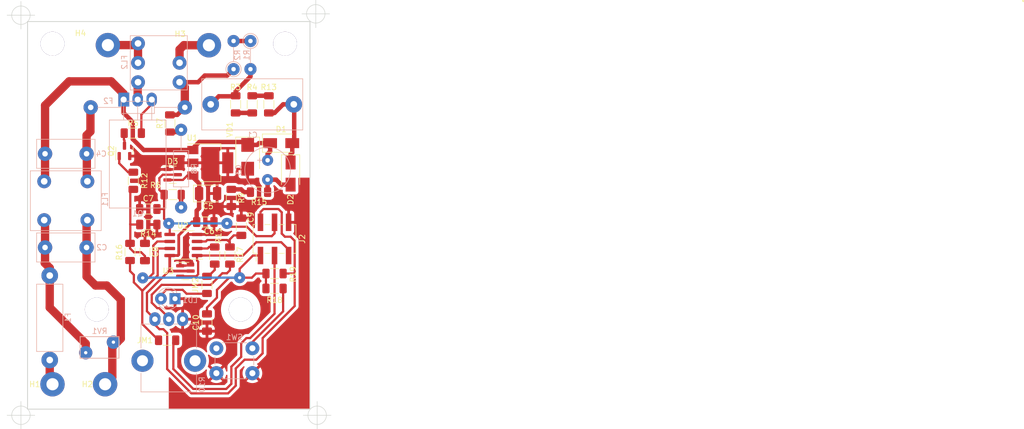
<source format=kicad_pcb>
(kicad_pcb (version 20221018) (generator pcbnew)
  (layers (0 "F.Cu" signal) (31 "B.Cu" signal) (34 "B.Paste" user) (35 "F.Paste" user) (36 "B.SilkS" user "B.Silkscreen") (37 "F.SilkS" user "F.Silkscreen") (38 "B.Mask" user) (39 "F.Mask" user) (44 "Edge.Cuts" user))
  (net 0 "")
  (net 1 "Net-(C1-Pad1)")
  (net 2 "Net-(D1-A)")
  (net 3 "N")
  (net 4 "+5V")
  (net 5 "Net-(C2-Pad1)")
  (net 6 "RESET")
  (net 7 "LOAD")
  (net 8 "L")
  (net 9 "Net-(C2-Pad2)")
  (net 10 "GND")
  (net 11 "Net-(F1-Pad1)")
  (net 12 "Net-(D2-A)")
  (net 13 "Net-(LD1-Pad2)")
  (net 14 "LED")
  (net 15 "POT")
  (net 16 "MOSI")
  (net 17 "Net-(R1-Pad2)")
  (net 18 "Net-(R3-Pad1)")
  (net 19 "Net-(R13-Pad2)")
  (net 20 "Net-(C4-Pad2)")
  (net 21 "Net-(FL2-Pad4)")
  (net 22 "Net-(FL2-Pad2)")
  (net 23 "Net-(R6-Pad2)")
  (net 24 "Net-(R7-Pad1)")
  (net 25 "Net-(C8-Pad1)")
  (net 26 "SCK")
  (net 27 "Net-(LD1-A)")
  (net 28 "Net-(R10-Pad2)")
  (net 29 "Net-(Q1-G)")
  (net 30 "Net-(Q2-C)")
  (net 31 "Net-(Q2-B)")
  (net 32 "BUTTON")
  (net 33 "TRIAC")
  (net 34 "Net-(R15-Pad1)")
  (net 35 "Net-(R18-Pad2)")
  (footprint "Resistor_SMD:R_1206_3216Metric_Pad1.30x1.75mm_HandSolder" (layer "F.Cu") (at 51 59.4 -90)
    (fp_text reference "R11")
    (fp_text value "510")
  )
  (footprint "Resistor_SMD:R_1206_3216Metric_Pad1.30x1.75mm_HandSolder" (layer "F.Cu") (at 43.4 48.4)
    (fp_text reference "R6")
    (fp_text value "330K")
  )
  (footprint "Capacitor_SMD:C_1206_3216Metric_Pad1.33x1.80mm_HandSolder" (layer "F.Cu") (at 49.30048 53.344788)
    (fp_text reference "C6")
    (fp_text value "100n")
  )
  (footprint "Capacitor_Tantalum_SMD:CP_EIA-3528-15_AVX-H_Pad1.50x2.35mm_HandSolder" (layer "F.Cu") (at 49.80048 48.194788)
    (fp_text reference "C5")
    (fp_text value "100u 16V")
  )
  (footprint "Resistor_SMD:R_1206_3216Metric_Pad1.30x1.75mm_HandSolder" (layer "F.Cu") (at 60.77548 32.094788 90)
    (fp_text reference "R13")
    (fp_text value "330K")
  )
  (footprint "Capacitor_SMD:C_1206_3216Metric_Pad1.33x1.80mm_HandSolder" (layer "F.Cu") (at 39 51 180)
    (fp_text reference "C7")
    (fp_text value "3n")
  )
  (footprint "MountingHole:MountingHole_2.2mm_M2_Pad" (layer "F.Cu") (at 31.70048 21.394788 90)
    (fp_text reference "H4")
    (fp_text value "L LOAD")
  )
  (footprint "Resistor_SMD:R_1206_3216Metric_Pad1.30x1.75mm_HandSolder" (layer "F.Cu") (at 61.8 65.35)
    (fp_text reference "R18")
    (fp_text value "1K")
  )
  (footprint "Resistor_SMD:R_1206_3216Metric_Pad1.30x1.75mm_HandSolder" (layer "F.Cu") (at 36.2 37.3 180)
    (fp_text reference "R5")
    (fp_text value "1K")
  )
  (footprint "Resistor_SMD:R_1206_3216Metric_Pad1.30x1.75mm_HandSolder" (layer "F.Cu") (at 54 49 -90)
    (fp_text reference "R9")
    (fp_text value "240")
  )
  (footprint "MountingHole:MountingHole_2.2mm_M2_Pad" (layer "F.Cu") (at 49.95048 21.419788 90)
    (fp_text reference "H3")
    (fp_text value "N LOAD")
  )
  (footprint "Package_TO_SOT_SMD:SOT-223-3_TabPin2" (layer "F.Cu") (at 50.20048 42.644788)
    (fp_text reference "U1")
    (fp_text value "MCP1755S-5002ED")
  )
  (footprint "Resistor_SMD:R_1206_3216Metric_Pad1.30x1.75mm_HandSolder" (layer "F.Cu") (at 36.3 45.9 -90)
    (fp_text reference "R12")
    (fp_text value "1K")
  )
  (footprint "Package_TO_SOT_SMD:SOT-23" (layer "F.Cu") (at 45.7 62.2)
    (fp_text reference "U3")
    (fp_text value "SGM809B-MXN3LG")
  )
  (footprint "Package_TO_SOT_SMD:SOT-23" (layer "F.Cu") (at 43.4 44.8)
    (fp_text reference "D3")
    (fp_text value "BAV99")
  )
  (footprint "Package_SO:SOIC-8_3.9x4.9mm_P1.27mm" (layer "F.Cu") (at 45.35048 57.494788 180)
    (fp_text reference "U2")
    (fp_text value "ATtiny13A-SS")
  )
  (footprint "Resistor_SMD:R_1206_3216Metric_Pad1.30x1.75mm_HandSolder" (layer "F.Cu") (at 57.77548 32.094788 -90)
    (fp_text reference "R4")
    (fp_text value "330K")
  )
  (footprint "MountingHole:MountingHole_4.3mm_M4" (layer "F.Cu") (at 29.70048 69.144788)
    (fp_text reference "REF**" hide)
    (fp_text value "MountingHole_4.3mm_M4")
  )
  (footprint "Resistor_SMD:R_1206_3216Metric_Pad1.30x1.75mm_HandSolder" (layer "F.Cu") (at 42.90048 35.544788 90)
    (fp_text reference "R7")
    (fp_text value "330K")
  )
  (footprint "Resistor_SMD:R_1206_3216Metric_Pad1.30x1.75mm_HandSolder" (layer "F.Cu") (at 59 47.95)
    (fp_text reference "R15")
    (fp_text value "240")
  )
  (footprint "Resistor_SMD:R_1206_3216Metric_Pad1.30x1.75mm_HandSolder" (layer "F.Cu") (at 35.7 58.75 -90)
    (fp_text reference "R16")
    (fp_text value "1.5K")
  )
  (footprint "Resistor_SMD:R_1206_3216Metric_Pad1.30x1.75mm_HandSolder" (layer "F.Cu") (at 61.8 62.65 180)
    (fp_text reference "R19")
    (fp_text value "10K")
  )
  (footprint "MountingHole:MountingHole_4.3mm_M4" (layer "F.Cu") (at 55.70048 69.144788)
    (fp_text reference "REF**" hide)
    (fp_text value "MountingHole_4.3mm_M4")
  )
  (footprint "Resistor_SMD:R_1206_3216Metric_Pad1.30x1.75mm_HandSolder" (layer "F.Cu") (at 39 53.8 180)
    (fp_text reference "R14")
    (fp_text value "10K")
  )
  (footprint "Capacitor_SMD:C_1206_3216Metric_Pad1.33x1.80mm_HandSolder" (layer "F.Cu") (at 55.8 54.2 90)
    (fp_text reference "C9")
    (fp_text value "100n")
  )
  (footprint "MountingHole:MountingHole_4.3mm_M4" (layer "F.Cu") (at 21.70048 21.144788)
    (fp_text reference "REF**" hide)
    (fp_text value "MountingHole_4.3mm_M4")
  )
  (footprint "MountingHole:MountingHole_2.2mm_M2_Pad" (layer "F.Cu") (at 31.20048 82.644788 90)
    (fp_text reference "H2")
    (fp_text value "N")
  )
  (footprint "Capacitor_SMD:C_1206_3216Metric_Pad1.33x1.80mm_HandSolder" (layer "F.Cu") (at 49.6 71.5 -90)
    (fp_text reference "C10")
    (fp_text value "100n")
  )
  (footprint "Diode_SMD:D_SMB" (layer "F.Cu") (at 56.95048 41.569788 -90)
    (fp_text reference "VD1")
    (fp_text value "SMBJ5.0A")
  )
  (footprint "Package_TO_SOT_SMD:SOT-23" (layer "F.Cu") (at 34.7 40.5 90)
    (fp_text reference "Q2")
    (fp_text value "MMBT5551L")
  )
  (footprint "Connector_PinHeader_2.54mm:PinHeader_2x03_P2.54mm_Vertical_SMD" (layer "F.Cu") (at 61.8 56.4 90)
    (fp_text reference "J2")
    (fp_text value "Conn_02x03_Odd_Even")
  )
  (footprint "Resistor_SMD:R_1206_3216Metric_Pad1.30x1.75mm_HandSolder" (layer "F.Cu") (at 49.6 64.7 90)
    (fp_text reference "JM2")
    (fp_text value "R_1206_3216Metric_Pad1.30x1.75mm_HandSolder")
  )
  (footprint "MountingHole:MountingHole_4.3mm_M4" (layer "F.Cu") (at 63.70048 21.144788)
    (fp_text reference "REF**" hide)
    (fp_text value "MountingHole_4.3mm_M4")
  )
  (footprint "MountingHole:MountingHole_2.2mm_M2_Pad" (layer "F.Cu") (at 21.70048 82.644788 90)
    (fp_text reference "H1")
    (fp_text value "L")
  )
  (footprint "Diode_SMD:D_SMA" (layer "F.Cu") (at 64.7 44.6 -90)
    (fp_text reference "D2")
    (fp_text value "MRA4007T3G")
  )
  (footprint "Resistor_SMD:R_1206_3216Metric_Pad1.30x1.75mm_HandSolder" (layer "F.Cu") (at 53.75 59.4 -90)
    (fp_text reference "R17")
    (fp_text value "510")
  )
  (footprint "Resistor_SMD:R_1206_3216Metric_Pad1.30x1.75mm_HandSolder" (layer "F.Cu") (at 42.4 74.7 180)
    (fp_text reference "JM1")
    (fp_text value "R_1206_3216Metric_Pad1.30x1.75mm_HandSolder")
  )
  (footprint "Capacitor_SMD:C_1206_3216Metric_Pad1.33x1.80mm_HandSolder" (layer "F.Cu") (at 38.4 58.7625 90)
    (fp_text reference "C8")
    (fp_text value "100n")
  )
  (footprint "Resistor_SMD:R_1206_3216Metric_Pad1.30x1.75mm_HandSolder" (layer "F.Cu") (at 54.77548 32.094788 90)
    (fp_text reference "R3")
    (fp_text value "330K")
  )
  (footprint "Diode_SMD:D_SMA" (layer "F.Cu") (at 63 39.1)
    (fp_text reference "D1")
    (fp_text value "MRA4007T3G")
  )
  (footprint "Capacitor_THT:C_Rect_L10.3mm_W5.0mm_P7.50mm_MKS4" (layer "B.Cu") (at 20.35548 57.944788)
    (fp_text reference "C2")
    (fp_text value "150n")
  )
  (footprint "Capacitor_THT:C_Rect_L10.3mm_W5.0mm_P7.50mm_MKS4" (layer "B.Cu") (at 20.35548 41.024788)
    (fp_text reference "C4")
    (fp_text value "150n")
  )
  (footprint "LED_THT:LED_D3.0mm" (layer "B.Cu") (at 43.82548 67.194788 180)
    (fp_text reference "LD1")
    (fp_text value "LED")
  )
  (footprint "Capacitor_THT:C_Rect_L18.0mm_W9.0mm_P15.00mm_FKS3_FKP3" (layer "B.Cu") (at 50.27548 32.094788)
    (fp_text reference "C1")
    (fp_text value "390n 400V")
  )
  (footprint "Resistor_THT:R_Axial_DIN0414_L11.9mm_D4.5mm_P15.24mm_Horizontal" (layer "B.Cu") (at 21.20048 78.269788 90)
    (fp_text reference "F1")
    (fp_text value "1A")
  )
  (footprint "Inductor_THT:L_CommonMode_Wuerth_WE-CMB-XS" (layer "B.Cu") (at 28.85 53 90)
    (fp_text reference "FL1")
    (fp_text value "Filter_EMI_CommonMode")
  )
  (footprint "Capacitor_THT:C_Rect_L13.0mm_W3.0mm_P10.00mm_FKS3_FKP3_MKS4" (layer "B.Cu") (at 28.6 32.644788)
    (fp_text reference "F2")
    (fp_text value "125°C")
  )
  (footprint "Inductor_THT:L_CommonMode_Wuerth_WE-CMB-XS" (layer "B.Cu") (at 44.64548 28.094788 90)
    (fp_text reference "FL2")
    (fp_text value "Filter_EMI_CommonMode")
  )
  (footprint "Capacitor_THT:C_Radial_D8.0mm_H11.5mm_P3.50mm" (layer "B.Cu") (at 60.55048 42.194788 -90)
    (fp_text reference "C3")
    (fp_text value "100u 50V")
  )
  (footprint "Button_Switch_THT:SW_PUSH_6mm_H5mm" (layer "B.Cu") (at 57.80048 76.15 180)
    (fp_text reference "SW1")
    (fp_text value "SW_Push")
  )
  (footprint "Resistor_THT:R_Axial_DIN0207_L6.3mm_D2.5mm_P15.24mm_Horizontal" (layer "B.Cu") (at 44.925 50.7 90)
    (fp_text reference "R8")
    (fp_text value "330K")
  )
  (footprint "Package_TO_SOT_THT:TO-220-3_Horizontal_TabDown" (layer "B.Cu") (at 34.54548 31.239788)
    (fp_text reference "Q1")
    (fp_text value "BTA06-600TW")
  )
  (footprint "Resistor_THT:R_Axial_DIN0207_L6.3mm_D2.5mm_P5.08mm_Vertical" (layer "B.Cu") (at 57.45 20.66 -90)
    (fp_text reference "R2")
    (fp_text value "51")
  )
  (footprint "Potentiometer_THT:Potentiometer_Alps_RK09K_Single_Vertical" (layer "B.Cu") (at 45.2 70.9 -90)
    (fp_text reference "R10")
    (fp_text value "9K")
  )
  (footprint "Resistor_THT:R_Axial_DIN0207_L6.3mm_D2.5mm_P5.08mm_Vertical" (layer "B.Cu") (at 54.4 25.74 90)
    (fp_text reference "R1")
    (fp_text value "51")
  )
  (footprint "Varistor:RV_Disc_D7mm_W3.9mm_P5mm" (layer "B.Cu") (at 27.70048 76.95)
    (fp_text reference "RV1")
    (fp_text value "7N511K")
  )
  (gr_circle (center 197.025 13.4) (end 197 13.35) (stroke (width 0.15)) (fill none) (layer "F.SilkS"))
  (gr_circle (center 55.7 69.15) (end 55.3 69.15) (stroke (width 0.1)) (fill none) (layer "Edge.Cuts"))
  (gr_circle (center 21.7 21.15) (end 21.3 21.15) (stroke (width 0.1)) (fill none) (layer "Edge.Cuts"))
  (gr_circle (center 29.7 69.15) (end 29.3 69.15) (stroke (width 0.1)) (fill none) (layer "Edge.Cuts"))
  (gr_rect (start 17.20048 17.144788) (end 68.20048 87.144788) (stroke (width 0.15)) (fill none) (layer "Edge.Cuts"))
  (gr_circle (center 63.7 21.15) (end 63.3 21.15) (stroke (width 0.1)) (fill none) (layer "Edge.Cuts"))
  (target plus (at 69.25 15.75) (size 5) (width 0.1) (layer "Edge.Cuts"))
  (target plus (at 69.5 88.25) (size 5) (width 0.1) (layer "Edge.Cuts"))
  (target plus (at 16 88.25) (size 5) (width 0.1) (layer "Edge.Cuts"))
  (target plus (at 16 16) (size 5) (width 0.1) (layer "Edge.Cuts"))
  (segment (start 57.45 25.74) (end 57.45 27.075) (width 0.8) (layer "F.Cu") (net 1))
  (segment (start 54.77548 29.74952) (end 54.77548 30.544788) (width 0.8) (layer "F.Cu") (net 1))
  (segment (start 57.45 27.075) (end 54.77548 29.74952) (width 0.8) (layer "F.Cu") (net 1))
  (segment (start 51.72548 30.644788) (end 54.67548 30.644788) (width 0.8) (layer "F.Cu") (net 1))
  (segment (start 50.27548 32.094788) (end 51.72548 30.644788) (width 0.8) (layer "F.Cu") (net 1))
  (segment (start 61.80048 33.644788) (end 63.35048 32.094788) (width 0.8) (layer "F.Cu") (net 2))
  (segment (start 64.7 41.1) (end 65 40.8) (width 0.8) (layer "F.Cu") (net 2))
  (segment (start 65 40.8) (end 65 39.1) (width 0.8) (layer "F.Cu") (net 2))
  (segment (start 63.35048 32.094788) (end 65.27548 32.094788) (width 0.8) (layer "F.Cu") (net 2))
  (segment (start 64.7 42.6) (end 64.7 41.1) (width 0.8) (layer "F.Cu") (net 2))
  (segment (start 65.35048 39.044788) (end 65.35048 32.169788) (width 0.8) (layer "F.Cu") (net 2))
  (segment (start 65.35048 32.169788) (end 65.27548 32.094788) (width 0.8) (layer "F.Cu") (net 2))
  (segment (start 60.77548 33.644788) (end 61.80048 33.644788) (width 0.8) (layer "F.Cu") (net 2))
  (segment (start 45.6 32.644788) (end 45.83048 32.644788) (width 1.5) (layer "F.Cu") (net 3))
  (segment (start 44.25 33.994788) (end 45.6 32.644788) (width 0.8) (layer "F.Cu") (net 3))
  (segment (start 49.20048 26.894788) (end 53.245212 26.894788) (width 0.8) (layer "F.Cu") (net 3))
  (segment (start 53.245212 26.894788) (end 54.4 25.74) (width 0.8) (layer "F.Cu") (net 3))
  (segment (start 45.6 29.049308) (end 45.6 32.644788) (width 1.5) (layer "F.Cu") (net 3))
  (segment (start 42.90048 33.994788) (end 44.25 33.994788) (width 0.8) (layer "F.Cu") (net 3))
  (segment (start 44.64548 28.094788) (end 48.00048 28.094788) (width 0.8) (layer "F.Cu") (net 3))
  (segment (start 44.64548 28.094788) (end 45.6 29.049308) (width 1.5) (layer "F.Cu") (net 3))
  (segment (start 48.00048 28.094788) (end 49.20048 26.894788) (width 0.8) (layer "F.Cu") (net 3))
  (segment (start 53.40048 84.29952) (end 46.79952 84.29952) (width 0.4) (layer "F.Cu") (net 4))
  (segment (start 47.05048 44.944788) (end 47.05048 45.244788) (width 0.8) (layer "F.Cu") (net 4))
  (segment (start 42.4625 45.75) (end 45.25 45.75) (width 0.4) (layer "F.Cu") (net 4))
  (segment (start 58.5 78.21) (end 56.39 78.21) (width 0.4) (layer "F.Cu") (net 4))
  (segment (start 42.41 79.91) (end 42.41 73.385) (width 0.4) (layer "F.Cu") (net 4))
  (segment (start 44.5 59.255268) (end 44.5 55.745268) (width 0.5) (layer "F.Cu") (net 4))
  (segment (start 65.439511 56.739511) (end 65.439511 62.65) (width 0.4) (layer "F.Cu") (net 4))
  (segment (start 59.8 51) (end 62.5 51) (width 0.4) (layer "F.Cu") (net 4))
  (segment (start 65.439511 68.521873) (end 59.649991 74.311393) (width 0.4) (layer "F.Cu") (net 4))
  (segment (start 38.76 69.46) (end 40.2 70.9) (width 0.4) (layer "F.Cu") (net 4))
  (segment (start 46.055212 44.944788) (end 47.05048 44.944788) (width 0.4) (layer "F.Cu") (net 4))
  (segment (start 47.05048 45.244788) (end 48.20048 46.394788) (width 0.8) (layer "F.Cu") (net 4))
  (segment (start 42.87548 59.399788) (end 44.35548 59.399788) (width 0.5) (layer "F.Cu") (net 4))
  (segment (start 48.17548 48.194788) (end 48.17548 50.869788) (width 0.8) (layer "F.Cu") (net 4))
  (segment (start 59.649991 77.060009) (end 58.5 78.21) (width 0.4) (layer "F.Cu") (net 4))
  (segment (start 59.649991 74.311393) (end 59.649991 77.060009) (width 0.4) (layer "F.Cu") (net 4))
  (segment (start 44.5 55.745268) (end 46.90048 53.344788) (width 0.5) (layer "F.Cu") (net 4))
  (segment (start 59.26 53.4) (end 59.26 51.54) (width 0.4) (layer "F.Cu") (net 4))
  (segment (start 48.17548 50.869788) (end 47.73798 51.307288) (width 0.8) (layer "F.Cu") (net 4))
  (segment (start 41 72.7) (end 40.2 71.9) (width 0.4) (layer "F.Cu") (net 4))
  (segment (start 38.76 66.15) (end 38.76 69.46) (width 0.4) (layer "F.Cu") (net 4))
  (segment (start 54.8 82.9) (end 53.40048 84.29952) (width 0.4) (layer "F.Cu") (net 4))
  (segment (start 43 62.2) (end 42.71 62.2) (width 0.4) (layer "F.Cu") (net 4))
  (segment (start 42.87548 62.07548) (end 43 62.2) (width 0.5) (layer "F.Cu") (net 4))
  (segment (start 64.7 56) (end 65.439511 56.739511) (width 0.4) (layer "F.Cu") (net 4))
  (segment (start 44.35548 59.399788) (end 44.5 59.255268) (width 0.5) (layer "F.Cu") (net 4))
  (segment (start 46.79952 84.29952) (end 42.41 79.91) (width 0.4) (layer "F.Cu") (net 4))
  (segment (start 46.90048 53.344788) (end 47.73798 53.344788) (width 0.5) (layer "F.Cu") (net 4))
  (segment (start 65.439511 62.65) (end 65.439511 68.521873) (width 0.4) (layer "F.Cu") (net 4))
  (segment (start 47.73798 51.307288) (end 47.73798 53.344788) (width 0.8) (layer "F.Cu") (net 4))
  (segment (start 62.5 51) (end 63.1 51.6) (width 0.4) (layer "F.Cu") (net 4))
  (segment (start 63.665978 56) (end 64.7 56) (width 0.4) (layer "F.Cu") (net 4))
  (segment (start 42.41 73.385) (end 41.725 72.7) (width 0.4) (layer "F.Cu") (net 4))
  (segment (start 63.35 62.65) (end 65.439511 62.65) (width 0.4) (layer "F.Cu") (net 4))
  (segment (start 56.39 78.21) (end 54.8 79.8) (width 0.4) (layer "F.Cu") (net 4))
  (segment (start 40.05048 71.394788) (end 40.05048 71.75048) (width 0.4) (layer "F.Cu") (net 4))
  (segment (start 45.25 45.75) (end 46.055212 44.944788) (width 0.4) (layer "F.Cu") (net 4))
  (segment (start 41.725 72.7) (end 41 72.7) (width 0.4) (layer "F.Cu") (net 4))
  (segment (start 42.71 62.2) (end 38.76 66.15) (width 0.4) (layer "F.Cu") (net 4))
  (segment (start 40.2 71.9) (end 40.2 70.9) (width 0.4) (layer "F.Cu") (net 4))
  (segment (start 42.87548 59.399788) (end 42.87548 62.07548) (width 0.5) (layer "F.Cu") (net 4))
  (segment (start 48.20048 48.169788) (end 48.17548 48.194788) (width 0.8) (layer "F.Cu") (net 4))
  (segment (start 54.8 79.8) (end 54.8 82.9) (width 0.4) (layer "F.Cu") (net 4))
  (segment (start 43 62.2) (end 46.6375 62.2) (width 0.5) (layer "F.Cu") (net 4))
  (segment (start 63.1 55.434022) (end 63.665978 56) (width 0.4) (layer "F.Cu") (net 4))
  (segment (start 48.20048 46.394788) (end 48.20048 48.169788) (width 0.8) (layer "F.Cu") (net 4))
  (segment (start 59.26 51.54) (end 59.8 51) (width 0.4) (layer "F.Cu") (net 4))
  (segment (start 63.1 51.6) (end 63.1 55.434022) (width 0.4) (layer "F.Cu") (net 4))
  (segment (start 27.70048 75.30048) (end 27.70048 76.95) (width 1.5) (layer "F.Cu") (net 5))
  (segment (start 20.35548 57.944788) (end 20.35548 53.25548) (width 1.5) (layer "F.Cu") (net 5))
  (segment (start 21.20048 63.019788) (end 21.20048 61.644788) (width 1.5) (layer "F.Cu") (net 5))
  (segment (start 21.20048 63.019788) (end 21.2 63.020268) (width 1.5) (layer "F.Cu") (net 5))
  (segment (start 21.2 68.8) (end 27.70048 75.30048) (width 1.5) (layer "F.Cu") (net 5))
  (segment (start 21.20048 61.644788) (end 20.30048 60.744788) (width 1.5) (layer "F.Cu") (net 5))
  (segment (start 20.35548 53.25548) (end 20.1 53) (width 1.5) (layer "F.Cu") (net 5))
  (segment (start 21.2 63.020268) (end 21.2 68.8) (width 1.5) (layer "F.Cu") (net 5))
  (segment (start 20.30048 60.744788) (end 20.35548 60.689788) (width 1.5) (layer "F.Cu") (net 5))
  (segment (start 20.35548 60.689788) (end 20.35548 57.944788) (width 1.5) (layer "F.Cu") (net 5))
  (segment (start 63.01452 56.99952) (end 58.50048 56.99952) (width 0.4) (layer "F.Cu") (net 6))
  (segment (start 48 62.8) (end 48 60.5) (width 0.4) (layer "F.Cu") (net 6))
  (segment (start 47.8 60.3) (end 47.8 59.425268) (width 0.4) (layer "F.Cu") (net 6))
  (segment (start 64.34 59.4) (end 64.34 58.325) (width 0.4) (layer "F.Cu") (net 6))
  (segment (start 47.65 63.15) (end 48 62.8) (width 0.4) (layer "F.Cu") (net 6))
  (segment (start 48 60.5) (end 47.8 60.3) (width 0.4) (layer "F.Cu") (net 6))
  (segment (start 56.1 59.4) (end 47.825692 59.4) (width 0.4) (layer "F.Cu") (net 6))
  (segment (start 64.34 58.325) (end 63.01452 56.99952) (width 0.4) (layer "F.Cu") (net 6))
  (segment (start 44.7625 63.15) (end 47.65 63.15) (width 0.4) (layer "F.Cu") (net 6))
  (segment (start 58.50048 56.99952) (end 56.1 59.4) (width 0.4) (layer "F.Cu") (net 6))
  (segment (start 47.825692 59.4) (end 47.82548 59.399788) (width 0.4) (layer "F.Cu") (net 6))
  (segment (start 47.8 59.425268) (end 47.82548 59.399788) (width 0.4) (layer "F.Cu") (net 6))
  (segment (start 37.08548 31.239788) (end 37.08548 28.154788) (width 1.5) (layer "F.Cu") (net 7))
  (segment (start 37.08548 28.154788) (end 37.14548 28.094788) (width 1.5) (layer "F.Cu") (net 7))
  (segment (start 56.42548 38.894788) (end 56.95048 39.419788) (width 0.8) (layer "F.Cu") (net 8))
  (segment (start 20.35548 45.74452) (end 20.1 46) (width 1.5) (layer "F.Cu") (net 8))
  (segment (start 38.169788 40.344788) (end 47.05048 40.344788) (width 0.8) (layer "F.Cu") (net 8))
  (segment (start 34.54548 30.189788) (end 34.54548 31.239788) (width 1.5) (layer "F.Cu") (net 8))
  (segment (start 57.67548 38.694788) (end 56.95048 39.419788) (width 0.8) (layer "F.Cu") (net 8))
  (segment (start 20.35548 32.289788) (end 24.70048 27.944788) (width 1.5) (layer "F.Cu") (net 8))
  (segment (start 47.05048 40.044788) (end 48.20048 38.894788) (width 0.8) (layer "F.Cu") (net 8))
  (segment (start 56.95048 39.419788) (end 58.680212 39.419788) (width 0.8) (layer "F.Cu") (net 8))
  (segment (start 61 40.6) (end 61 39.1) (width 0.8) (layer "F.Cu") (net 8))
  (segment (start 36.2 38.375) (end 38.169788 40.344788) (width 0.8) (layer "F.Cu") (net 8))
  (segment (start 34.54548 33.64548) (end 36.2 35.3) (width 0.8) (layer "F.Cu") (net 8))
  (segment (start 60.55048 42.194788) (end 60.55048 41.04952) (width 0.8) (layer "F.Cu") (net 8))
  (segment (start 48.20048 38.894788) (end 56.42548 38.894788) (width 0.8) (layer "F.Cu") (net 8))
  (segment (start 59 39.1) (end 61 39.1) (width 0.8) (layer "F.Cu") (net 8))
  (segment (start 60.55048 41.04952) (end 61 40.6) (width 0.8) (layer "F.Cu") (net 8))
  (segment (start 32.30048 27.944788) (end 34.54548 30.189788) (width 1.5) (layer "F.Cu") (net 8))
  (segment (start 34.54548 31.239788) (end 34.54548 33.64548) (width 0.8) (layer "F.Cu") (net 8))
  (segment (start 60.23798 42.269788) (end 60.55048 42.582288) (width 0.8) (layer "F.Cu") (net 8))
  (segment (start 24.70048 27.944788) (end 32.30048 27.944788) (width 1.5) (layer "F.Cu") (net 8))
  (segment (start 20.35548 41.024788) (end 20.35548 32.289788) (width 1.5) (layer "F.Cu") (net 8))
  (segment (start 20.35548 41.024788) (end 20.35548 45.74452) (width 1.5) (layer "F.Cu") (net 8))
  (segment (start 58.680212 39.419788) (end 59 39.1) (width 0.8) (layer "F.Cu") (net 8))
  (segment (start 36.2 35.3) (end 36.2 38.375) (width 0.8) (layer "F.Cu") (net 8))
  (segment (start 47.05048 40.344788) (end 47.05048 40.044788) (width 0.8) (layer "F.Cu") (net 8))
  (segment (start 34.036986 67.343354) (end 31.508134 64.814502) (width 1.5) (layer "F.Cu") (net 9))
  (segment (start 27.85548 57.944788) (end 27.85548 53.04452) (width 1.5) (layer "F.Cu") (net 9))
  (segment (start 34.036986 74.408282) (end 34.036986 67.343354) (width 1.5) (layer "F.Cu") (net 9))
  (segment (start 32.70048 75.744788) (end 32.5 75.945268) (width 1.5) (layer "F.Cu") (net 9))
  (segment (start 31.20048 82.644788) (end 32.5 81.345268) (width 1.5) (layer "F.Cu") (net 9))
  (segment (start 32.5 81.345268) (end 32.5 75.945268) (width 1.5) (layer "F.Cu") (net 9))
  (segment (start 27.85548 53.04452) (end 27.9 53) (width 1.5) (layer "F.Cu") (net 9))
  (segment (start 29.470194 64.814502) (end 27.85548 63.199788) (width 1.5) (layer "F.Cu") (net 9))
  (segment (start 32.70048 75.05) (end 32.70048 75.744788) (width 1.5) (layer "F.Cu") (net 9))
  (segment (start 33.395268 75.05) (end 34.036986 74.408282) (width 1.5) (layer "F.Cu") (net 9))
  (segment (start 32.70048 75.05) (end 33.395268 75.05) (width 1.5) (layer "F.Cu") (net 9))
  (segment (start 31.508134 64.814502) (end 29.470194 64.814502) (width 1.5) (layer "F.Cu") (net 9))
  (segment (start 27.85548 63.199788) (end 27.85548 57.944788) (width 1.5) (layer "F.Cu") (net 9))
  (segment (start 45.05048 71.494788) (end 45.05048 71.394788) (width 0.5) (layer "F.Cu") (net 10))
  (segment (start 57.80048 81.244788) (end 58.023915 81.244788) (width 0.5) (layer "F.Cu") (net 10))
  (segment (start 45.05048 69.944788) (end 45.05048 71.394788) (width 0.5) (layer "F.Cu") (net 10))
  (segment (start 21.70048 82.644788) (end 21.20048 82.144788) (width 1.5) (layer "F.Cu") (net 11))
  (segment (start 21.20048 82.144788) (end 21.20048 78.269788) (width 1.5) (layer "F.Cu") (net 11))
  (segment (start 60.55 45.695268) (end 60.55048 45.694788) (width 0.8) (layer "F.Cu") (net 12))
  (segment (start 60.55 47.95) (end 60.55 45.695268) (width 0.8) (layer "F.Cu") (net 12))
  (segment (start 63 46.6) (end 62.094788 45.694788) (width 0.8) (layer "F.Cu") (net 12))
  (segment (start 62.094788 45.694788) (end 60.55048 45.694788) (width 0.8) (layer "F.Cu") (net 12))
  (segment (start 64.7 46.6) (end 63 46.6) (width 0.8) (layer "F.Cu") (net 12))
  (segment (start 45.210134 65.595277) (end 45.914857 66.3) (width 0.4) (layer "F.Cu") (net 13))
  (segment (start 42.225969 65.595277) (end 45.210134 65.595277) (width 0.4) (layer "F.Cu") (net 13))
  (segment (start 41.28548 67.194788) (end 41.28548 66.535766) (width 0.4) (layer "F.Cu") (net 13))
  (segment (start 41.28548 66.535766) (end 42.225969 65.595277) (width 0.4) (layer "F.Cu") (net 13))
  (segment (start 49.85 63.15) (end 51 62) (width 0.4) (layer "F.Cu") (net 13))
  (segment (start 45.914857 66.3) (end 49.55 66.3) (width 0.4) (layer "F.Cu") (net 13))
  (segment (start 49.55 66.3) (end 49.6 66.25) (width 0.4) (layer "F.Cu") (net 13))
  (segment (start 49.6 63.15) (end 49.85 63.15) (width 0.4) (layer "F.Cu") (net 13))
  (segment (start 51 62) (end 51 60.95) (width 0.4) (layer "F.Cu") (net 13))
  (segment (start 49.71548 58.129788) (end 47.82548 58.129788) (width 0.4) (layer "F.Cu") (net 14))
  (segment (start 51.05048 57.844788) (end 50.00048 57.844788) (width 0.4) (layer "F.Cu") (net 14))
  (segment (start 50.00048 57.844788) (end 49.71548 58.129788) (width 0.4) (layer "F.Cu") (net 14))
  (segment (start 55.8 55.7625) (end 54.4375 55.7625) (width 0.4) (layer "F.Cu") (net 15))
  (segment (start 49.65 56.595268) (end 53.25096 56.595268) (width 0.4) (layer "F.Cu") (net 15))
  (segment (start 54.4375 55.7625) (end 53.70048 56.49952) (width 0.4) (layer "F.Cu") (net 15))
  (segment (start 47.82548 56.859788) (end 49.38548 56.859788) (width 0.4) (layer "F.Cu") (net 15))
  (segment (start 53.70048 56.49952) (end 53.70048 57.044788) (width 0.4) (layer "F.Cu") (net 15))
  (segment (start 53.25096 56.595268) (end 53.70048 57.044788) (width 0.4) (layer "F.Cu") (net 15))
  (segment (start 53.70048 57.044788) (end 53.70048 57.844788) (width 0.4) (layer "F.Cu") (net 15))
  (segment (start 49.38548 56.859788) (end 49.65 56.595268) (width 0.4) (layer "F.Cu") (net 15))
  (segment (start 61.8 55.4) (end 61.8 53.4) (width 0.4) (layer "F.Cu") (net 16))
  (segment (start 58.5 55.9) (end 61.3 55.9) (width 0.4) (layer "F.Cu") (net 16))
  (segment (start 40.5625 51) (end 41.8 51) (width 0.4) (layer "F.Cu") (net 16))
  (segment (start 56.8 54.2) (end 58.5 55.9) (width 0.4) (layer "F.Cu") (net 16))
  (segment (start 61.3 55.9) (end 61.8 55.4) (width 0.4) (layer "F.Cu") (net 16))
  (segment (start 41.615019 44.8) (end 41 45.415019) (width 0.4) (layer "F.Cu") (net 16))
  (segment (start 41.8 51) (end 41.85 51.05) (width 0.4) (layer "F.Cu") (net 16))
  (segment (start 44.3375 44.8) (end 41.615019 44.8) (width 0.4) (layer "F.Cu") (net 16))
  (segment (start 41.85 51.05) (end 41.85 52.74952) (width 0.4) (layer "F.Cu") (net 16))
  (segment (start 41.85 48.4) (end 41.85 51.05) (width 0.4) (layer "F.Cu") (net 16))
  (segment (start 41 45.415019) (end 41 47.55) (width 0.4) (layer "F.Cu") (net 16))
  (segment (start 41 47.55) (end 41.85 48.4) (width 0.4) (layer "F.Cu") (net 16))
  (segment (start 42.85048 53.944788) (end 42.87548 53.969788) (width 0.4) (layer "F.Cu") (net 16))
  (segment (start 53.2 53.6) (end 53.8 54.2) (width 0.4) (layer "F.Cu") (net 16))
  (segment (start 53.8 54.2) (end 56.8 54.2) (width 0.4) (layer "F.Cu") (net 16))
  (segment (start 53.39952 53.79952) (end 53.70048 53.79952) (width 0.4) (layer "F.Cu") (net 16))
  (segment (start 42.87548 55.589788) (end 42.87548 53.969788) (width 0.4) (layer "F.Cu") (net 16))
  (segment (start 41.85 52.74952) (end 42.70048 53.6) (width 0.4) (layer "F.Cu") (net 16))
  (segment (start 53.2 53.6) (end 53.39952 53.79952) (width 0.4) (layer "F.Cu") (net 16))
  (via (at 42.70048 53.6) (size 2) (drill 0.6) (layers "F.Cu" "B.Cu") (net 16))
  (via (at 53.2 53.6) (size 2) (drill 0.6) (layers "F.Cu" "B.Cu") (net 16))
  (segment (start 53.2 53.6) (end 42.70048 53.6) (width 0.4) (layer "B.Cu") (net 16))
  (segment (start 54.4 20.66) (end 57.45 20.66) (width 0.8) (layer "F.Cu") (net 17))
  (segment (start 54.77548 33.644788) (end 57.77548 33.644788) (width 0.8) (layer "F.Cu") (net 18))
  (segment (start 57.77548 30.544788) (end 60.77548 30.544788) (width 0.8) (layer "F.Cu") (net 19))
  (segment (start 28.55 36.995268) (end 28.55 32.694788) (width 1.5) (layer "F.Cu") (net 20))
  (segment (start 27.85048 41.019788) (end 27.85548 41.024788) (width 1.5) (layer "F.Cu") (net 20))
  (segment (start 28.55 32.694788) (end 28.6 32.644788) (width 1.5) (layer "F.Cu") (net 20))
  (segment (start 27.9 46) (end 27.9 41.069308) (width 1.5) (layer "F.Cu") (net 20))
  (segment (start 27.85548 37.689788) (end 28.55 36.995268) (width 1.5) (layer "F.Cu") (net 20))
  (segment (start 27.85548 41.024788) (end 27.85548 37.689788) (width 1.5) (layer "F.Cu") (net 20))
  (segment (start 28.83048 32.875268) (end 28.83048 32.939308) (width 1.5) (layer "F.Cu") (net 20))
  (segment (start 27.9 41.069308) (end 27.85548 41.024788) (width 1.5) (layer "F.Cu") (net 20))
  (segment (start 37.14548 24.594788) (end 37.14548 21.094788) (width 1.5) (layer "F.Cu") (net 21))
  (segment (start 36.84548 21.394788) (end 37.14548 21.094788) (width 1.5) (layer "F.Cu") (net 21))
  (segment (start 31.70048 21.394788) (end 36.84548 21.394788) (width 1.5) (layer "F.Cu") (net 21))
  (segment (start 44.64548 24.594788) (end 44.64548 22.199788) (width 1.5) (layer "F.Cu") (net 22))
  (segment (start 45.45048 21.394788) (end 45.47548 21.419788) (width 1.5) (layer "F.Cu") (net 22))
  (segment (start 45.47548 21.419788) (end 49.95048 21.419788) (width 1.5) (layer "F.Cu") (net 22))
  (segment (start 44.64548 22.199788) (end 45.45048 21.394788) (width 1.5) (layer "F.Cu") (net 22))
  (segment (start 44.925 48.425) (end 44.95 48.4) (width 0.8) (layer "F.Cu") (net 23))
  (segment (start 44.925 50.7) (end 44.925 48.425) (width 0.8) (layer "F.Cu") (net 23))
  (segment (start 44.88048 37.094788) (end 44.95048 37.024788) (width 0.8) (layer "F.Cu") (net 24))
  (segment (start 42.90048 37.094788) (end 44.530212 37.094788) (width 0.8) (layer "F.Cu") (net 24))
  (segment (start 44.530212 37.094788) (end 44.925 36.7) (width 0.8) (layer "F.Cu") (net 24))
  (segment (start 38.4 60.325) (end 38.4 59.5) (width 0.4) (layer "F.Cu") (net 25))
  (segment (start 36.4 58.8) (end 35.7 58.1) (width 0.4) (layer "F.Cu") (net 25))
  (segment (start 35.7 57.2) (end 35.75 57.15) (width 0.4) (layer "F.Cu") (net 25))
  (segment (start 38.4 59.5) (end 37.7 58.8) (width 0.4) (layer "F.Cu") (net 25))
  (segment (start 35.75 57.15) (end 35.75 53.75) (width 0.4) (layer "F.Cu") (net 25))
  (segment (start 35.75 53.75) (end 35.75 48) (width 0.4) (layer "F.Cu") (net 25))
  (segment (start 35.75 48) (end 36.3 47.45) (width 0.4) (layer "F.Cu") (net 25))
  (segment (start 37.45 53.8) (end 35.8 53.8) (width 0.4) (layer "F.Cu") (net 25))
  (segment (start 35.8 53.8) (end 35.75 53.75) (width 0.4) (layer "F.Cu") (net 25))
  (segment (start 35.7 58.1) (end 35.7 57.2) (width 0.4) (layer "F.Cu") (net 25))
  (segment (start 37.7 58.8) (end 36.4 58.8) (width 0.4) (layer "F.Cu") (net 25))
  (segment (start 40.610969 68.9) (end 39.625969 67.915) (width 0.4) (layer "F.Cu") (net 28))
  (segment (start 53.75 62.05) (end 53.75 60.95) (width 0.4) (layer "F.Cu") (net 28))
  (segment (start 40.95 68.9) (end 40.610969 68.9) (width 0.4) (layer "F.Cu") (net 28))
  (segment (start 53.2 62.6) (end 53.75 62.05) (width 0.4) (layer "F.Cu") (net 28))
  (segment (start 42.7 70.9) (end 42.7 70.65) (width 0.4) (layer "F.Cu") (net 28))
  (segment (start 42.55048 71.394788) (end 42.55048 71.25048) (width 0.4) (layer "F.Cu") (net 28))
  (segment (start 39.625969 67.915) (end 39.625969 66.474031) (width 0.4) (layer "F.Cu") (net 28))
  (segment (start 52.376402 62.6) (end 53.2 62.6) (width 0.4) (layer "F.Cu") (net 28))
  (segment (start 39.625969 66.474031) (end 41.4 64.7) (width 0.4) (layer "F.Cu") (net 28))
  (segment (start 42.7 70.65) (end 40.95 68.9) (width 0.4) (layer "F.Cu") (net 28))
  (segment (start 41.4 64.7) (end 50.276402 64.7) (width 0.4) (layer "F.Cu") (net 28))
  (segment (start 50.276402 64.7) (end 52.376402 62.6) (width 0.4) (layer "F.Cu") (net 28))
  (segment (start 39.62548 32.07452) (end 37.75 33.95) (width 0.4) (layer "F.Cu") (net 29))
  (segment (start 39.62548 31.239788) (end 39.62548 32.07452) (width 0.4) (layer "F.Cu") (net 29))
  (segment (start 37.75 33.95) (end 37.75 37.3) (width 0.4) (layer "F.Cu") (net 29))
  (segment (start 34.6 37.35) (end 34.65 37.3) (width 0.4) (layer "F.Cu") (net 30))
  (segment (start 34.7 38.6) (end 34.6 38.5) (width 0.4) (layer "F.Cu") (net 30))
  (segment (start 34.7 39.5625) (end 34.7 38.6) (width 0.4) (layer "F.Cu") (net 30))
  (segment (start 34.6 38.5) (end 34.6 37.35) (width 0.4) (layer "F.Cu") (net 30))
  (segment (start 33.75 42.75) (end 35.35 44.35) (width 0.4) (layer "F.Cu") (net 31))
  (segment (start 35.35 44.35) (end 36.3 44.35) (width 0.4) (layer "F.Cu") (net 31))
  (segment (start 33.75 41.4375) (end 33.75 42.75) (width 0.4) (layer "F.Cu") (net 31))
  (segment (start 55.5 61.8) (end 55.5 63.4) (width 0.4) (layer "F.Cu") (net 32))
  (segment (start 57.7 63.4) (end 55.5 63.4) (width 0.4) (layer "F.Cu") (net 32))
  (segment (start 57.9 59.4) (end 55.5 61.8) (width 0.4) (layer "F.Cu") (net 32))
  (segment (start 60.25 62.65) (end 60.25 65.35) (width 0.4) (layer "F.Cu") (net 32))
  (segment (start 60.25 62.65) (end 58.45 62.65) (width 0.4) (layer "F.Cu") (net 32))
  (segment (start 40.640212 56.859788) (end 39.90096 57.59904) (width 0.4) (layer "F.Cu") (net 32))
  (segment (start 49.6 68.8) (end 51.4 67) (width 0.4) (layer "F.Cu") (net 32))
  (segment (start 55.56 63.46) (end 55.5 63.4) (width 0.4) (layer "F.Cu") (net 32))
  (segment (start 42.87548 56.859788) (end 40.640212 56.859788) (width 0.4) (layer "F.Cu") (net 32))
  (segment (start 51.4 65.6) (end 53.6 63.4) (width 0.4) (layer "F.Cu") (net 32))
  (segment (start 39.90096 57.59904) (end 39.90096 62.59904) (width 0.4) (layer "F.Cu") (net 32))
  (segment (start 39.062605 63.437395) (end 37.993087 63.437395) (width 0.4) (layer "F.Cu") (net 32))
  (segment (start 53.6 63.4) (end 55.5 63.4) (width 0.4) (layer "F.Cu") (net 32))
  (segment (start 51.4 67) (end 51.4 65.6) (width 0.4) (layer "F.Cu") (net 32))
  (segment (start 59.26 59.4) (end 57.9 59.4) (width 0.4) (layer "F.Cu") (net 32))
  (segment (start 39.90096 62.59904) (end 39.062605 63.437395) (width 0.4) (layer "F.Cu") (net 32))
  (segment (start 58.45 62.65) (end 57.7 63.4) (width 0.4) (layer "F.Cu") (net 32))
  (segment (start 49.6 69.9375) (end 49.6 68.8) (width 0.4) (layer "F.Cu") (net 32))
  (via (at 37.993087 63.437395) (size 2) (drill 0.6) (layers "F.Cu" "B.Cu") (net 32))
  (via (at 55.5 63.4) (size 2) (drill 0.6) (layers "F.Cu" "B.Cu") (net 32))
  (segment (start 55.5 63.4) (end 55.494788 63.394788) (width 0.4) (layer "B.Cu") (net 32))
  (segment (start 38.035694 63.394788) (end 37.993087 63.437395) (width 0.4) (layer "B.Cu") (net 32))
  (segment (start 55.494788 63.394788) (end 38.035694 63.394788) (width 0.4) (layer "B.Cu") (net 32))
  (segment (start 40.70048 62.992038) (end 37.992518 65.7) (width 0.4) (layer "F.Cu") (net 33))
  (segment (start 55.775 75.25) (end 56.724511 74.300489) (width 0.4) (layer "F.Cu") (net 33))
  (segment (start 55.775 77.694308) (end 55.775 75.25) (width 0.4) (layer "F.Cu") (net 33))
  (segment (start 43.525 75.125) (end 43.525 79.894308) (width 0.4) (layer "F.Cu") (net 33))
  (segment (start 61.8 69.9) (end 61.8 59.4) (width 0.4) (layer "F.Cu") (net 33))
  (segment (start 53.069308 83.5) (end 54.00048 82.568828) (width 0.4) (layer "F.Cu") (net 33))
  (segment (start 35.7 62.2) (end 36.393576 62.893576) (width 0.4) (layer "F.Cu") (net 33))
  (segment (start 56.724511 74.300489) (end 57.399511 74.300489) (width 0.4) (layer "F.Cu") (net 33))
  (segment (start 42.87548 58.129788) (end 40.70048 58.129788) (width 0.4) (layer "F.Cu") (net 33))
  (segment (start 57.399511 74.300489) (end 61.8 69.9) (width 0.4) (layer "F.Cu") (net 33))
  (segment (start 37.992518 65.7) (end 37.85 65.7) (width 0.4) (layer "F.Cu") (net 33))
  (segment (start 43.95 74.7) (end 43.525 75.125) (width 0.4) (layer "F.Cu") (net 33))
  (segment (start 54.00048 79.468828) (end 55.775 77.694308) (width 0.4) (layer "F.Cu") (net 33))
  (segment (start 36.393576 64.243576) (end 37.85 65.7) (width 0.4) (layer "F.Cu") (net 33))
  (segment (start 43.525 79.894308) (end 47.130692 83.5) (width 0.4) (layer "F.Cu") (net 33))
  (segment (start 40.85 74.7) (end 37.911929 71.761929) (width 0.4) (layer "F.Cu") (net 33))
  (segment (start 35.7 60.3) (end 35.7 62.2) (width 0.4) (layer "F.Cu") (net 33))
  (segment (start 37.911929 71.761929) (end 37.911929 65.761929) (width 0.4) (layer "F.Cu") (net 33))
  (segment (start 47.130692 83.5) (end 53.069308 83.5) (width 0.4) (layer "F.Cu") (net 33))
  (segment (start 36.393576 62.893576) (end 36.393576 64.243576) (width 0.4) (layer "F.Cu") (net 33))
  (segment (start 40.70048 58.129788) (end 40.70048 62.992038) (width 0.4) (layer "F.Cu") (net 33))
  (segment (start 37.911929 65.761929) (end 37.85 65.7) (width 0.4) (layer "F.Cu") (net 33))
  (segment (start 54.00048 82.568828) (end 54.00048 79.468828) (width 0.4) (layer "F.Cu") (net 33))
  (segment (start 55.775 47.45) (end 54 47.45) (width 0.8) (layer "F.Cu") (net 34))
  (segment (start 56.275 47.95) (end 55.775 47.45) (width 0.8) (layer "F.Cu") (net 34))
  (segment (start 57.45 47.95) (end 56.275 47.95) (width 0.8) (layer "F.Cu") (net 34))
  (segment (start 63.35 69.480692) (end 57.80048 75.030212) (width 0.4) (layer "F.Cu") (net 35))
  (segment (start 57.80048 75.030212) (end 57.80048 76.15) (width 0.4) (layer "F.Cu") (net 35))
  (segment (start 63.35 65.35) (end 63.35 69.480692) (width 0.4) (layer "F.Cu") (net 35))
  (zone (net 10) (net_name "GND") (layer "F.Cu") (connect_pads (clearance 0.508)) (min_thickness 0.254) (fill yes (thermal_gap 0.508) (thermal_bridge_width 0.508))
    (polygon (pts (xy 68.349953 45.339993) (xy 68.35044 87.469781) (xy 42.700002 87.469795) (xy 42.7 72.175007) (xy 35.7 64.925007) (xy 35.7 38.925007) (xy 54.7 38.925007) (xy 54.7 43.545007) (xy 58.25 43.545007) (xy 58.249995 45.340007)))
  )
)
</source>
